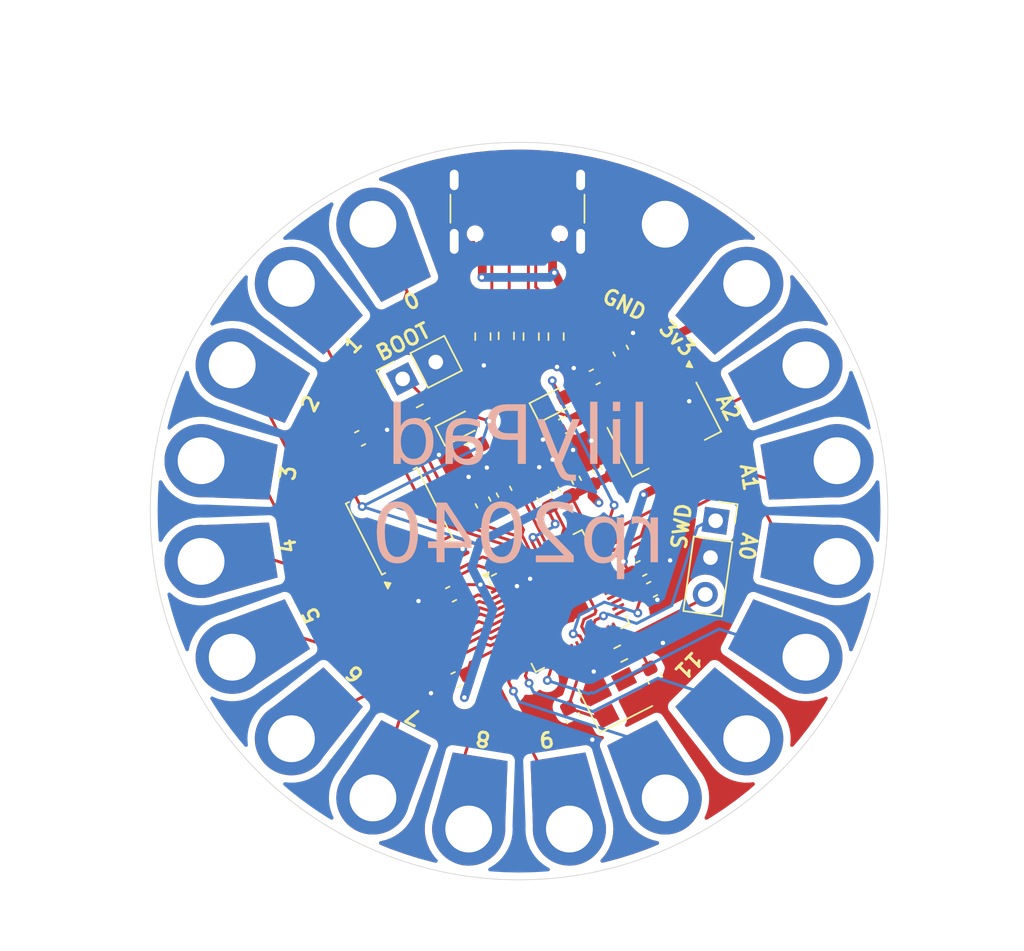
<source format=kicad_pcb>
(kicad_pcb (version 20240108) (generator "pcbnew") (generator_version "8.0")
  (layers (0 "F.Cu" signal) (31 "B.Cu" signal) (34 "B.Paste" user) (35 "F.Paste" user) (36 "B.SilkS" user "B.Silkscreen") (37 "F.SilkS" user "F.Silkscreen") (38 "B.Mask" user) (39 "F.Mask" user) (44 "Edge.Cuts" user))
  (net 0 "")
  (net 1 "GND")
  (net 2 "+3V3")
  (net 4 "+1V1")
  (net 5 "/XIN")
  (net 6 "Net-(C13-Pad2)")
  (net 7 "VBUS")
  (net 8 "Net-(J1-Pin_1)")
  (net 9 "/D-")
  (net 10 "/D+")
  (net 11 "Net-(J2-CC2)")
  (net 12 "Net-(J2-CC1)")
  (net 13 "/SWD")
  (net 14 "/SWCLK")
  (net 15 "/GPIO0{slash}TX0")
  (net 16 "/GPIO1{slash}RX0")
  (net 17 "/GPIO2")
  (net 18 "/GPIO3")
  (net 19 "/GPIO4")
  (net 20 "/GPIO5")
  (net 21 "/GPIO6")
  (net 22 "/GPIO7")
  (net 23 "/GPIO8")
  (net 24 "/GPIO9")
  (net 25 "/GPIO10")
  (net 26 "/GPIO11")
  (net 27 "/GPIO12")
  (net 29 "Net-(U1-USB_DP)")
  (net 30 "Net-(U1-USB_DM)")
  (net 31 "/~{CS}")
  (net 32 "/XOUT")
  (net 33 "/DO(IO1)")
  (net 35 "/CLK")
  (net 37 "/GPIO28_ADC2")
  (net 38 "Net-(D1-K)")
  (net 41 "/DI(IO0)")
  (net 43 "/IO3")
  (net 45 "/GPIO27_ADC1")
  (net 47 "/IO2")
  (net 50 "/GPIO26_ADC0")
  (net 54 "Net-(D2-K)")
  (net 55 "/GPIO29_ADC3")
  (footprint "Capacitor_SMD:C_0603_1608Metric" (layer "F.Cu") (at 134.895808 91.847724 -153)
    (property "Reference" "C7" (hide yes))
    (property "Value" "100nF")
  )
  (footprint "lilyPad_PadCustomM3:LilyPadCustomPadM3" (layer "F.Cu") (at 129.782914 105.327005 153)
    (property "Reference" "J11" (hide yes))
    (property "Value" "Conn_01x01")
  )
  (footprint "lilyPad_PadCustomM3:LilyPadCustomPadM3" (layer "F.Cu") (at 154.746507 70.967573 -45)
    (property "Reference" "J20" (hide yes))
    (property "Value" "Conn_01x01")
  )
  (footprint "Resistor_SMD:R_0603_1608Metric" (layer "F.Cu") (at 142.708984 80.281155 27)
    (property "Reference" "R8" (hide yes))
    (property "Value" "220")
  )
  (footprint "Capacitor_SMD:C_0603_1608Metric" (layer "F.Cu") (at 145.618433 82.965714 117)
    (property "Reference" "C8" (hide yes))
    (property "Value" "1uF")
  )
  (footprint "Capacitor_SMD:C_0603_1608Metric" (layer "F.Cu") (at 142.740482 84.432106 117)
    (property "Reference" "C2" (hide yes))
    (property "Value" "100nF")
  )
  (footprint "lilyPad_PadCustomM3:LilyPadCustomPadM3" (layer "F.Cu") (at 160.779009 82.807027 -81)
    (property "Reference" "J18" (hide yes))
    (property "Value" "Conn_01x01")
  )
  (footprint "Resistor_SMD:R_0603_1608Metric" (layer "F.Cu") (at 142.07321 74.244889 90)
    (property "Reference" "R6" (hide yes))
    (property "Value" "5.1k")
  )
  (footprint "lilyPad_PadCustomM3:LilyPadCustomPadM3" (layer "F.Cu") (at 118.30841 89.53371 99)
    (property "Reference" "J8" (hide yes))
    (property "Value" "Conn_01x01")
  )
  (footprint "Resistor_SMD:R_0603_1608Metric" (layer "F.Cu") (at 137.073211 74.244889 90)
    (property "Reference" "R5" (hide yes))
    (property "Value" "5.1k")
  )
  (footprint "lilyPad_PadCustomM3:LilyPadCustomPadM3" (layer "F.Cu") (at 129.782915 67.013728 27)
    (property "Reference" "J4" (hide yes))
    (property "Value" "Conn_01x01")
  )
  (footprint "lilyPad_PadCustomM3:LilyPadCustomPadM3" (layer "F.Cu") (at 142.907051 107.405668 -171)
    (property "Reference" "J13" (hide yes))
    (property "Value" "Conn_01x01")
  )
  (footprint "Capacitor_SMD:C_0603_1608Metric" (layer "F.Cu") (at 144.179456 83.698908 117)
    (property "Reference" "C3" (hide yes))
    (property "Value" "100nF")
  )
  (footprint "lilyPad_PadCustomM3:LilyPadCustomPadM3" (layer "F.Cu") (at 160.77901 89.533708 -99)
    (property "Reference" "J17" (hide yes))
    (property "Value" "Conn_01x01")
  )
  (footprint "Capacitor_SMD:C_0603_1608Metric" (layer "F.Cu") (at 143.24128 100.324041 117)
    (property "Reference" "C12" (hide yes))
    (property "Value" "22pF")
  )
  (footprint "Capacitor_SMD:C_0603_1608Metric" (layer "F.Cu") (at 148.81591 97.608192 117)
    (property "Reference" "C13" (hide yes))
    (property "Value" "22pF")
  )
  (footprint "Capacitor_SMD:C_0603_1608Metric" (layer "F.Cu") (at 148.630589 91.51749 27)
    (property "Reference" "C4" (hide yes))
    (property "Value" "100nF")
  )
  (footprint "Capacitor_SMD:C_0603_1608Metric" (layer "F.Cu") (at 137.085382 85.580297 117)
    (property "Reference" "C9" (hide yes))
    (property "Value" "1uF")
  )
  (footprint "Package_TO_SOT_SMD:SOT-223-3_TabPin2" (layer "F.Cu") (at 149.454749 80.579666 -63)
    (property "Reference" "U3" (hide yes))
    (property "Value" "AMS1117-3.3")
  )
  (footprint "lilyPad_PadCustomM3:LilyPadCustomPadM3" (layer "F.Cu") (at 124.340915 70.967572 45)
    (property "Reference" "J5" (hide yes))
    (property "Value" "Conn_01x01")
  )
  (footprint "lilyPad_PadCustomM3:LilyPadCustomPadM3" (layer "F.Cu") (at 136.180366 107.405666 171)
    (property "Reference" "J12" (hide yes))
    (property "Value" "Conn_01x01")
  )
  (footprint "Resistor_SMD:R_0603_1608Metric" (layer "F.Cu") (at 132.995809 79.447725 -153)
    (property "Reference" "R3" (hide yes))
    (property "Value" "1k")
  )
  (footprint "lilyPad_PadCustomM3:LilyPadCustomPadM3" (layer "F.Cu") (at 118.30841 82.807029 81)
    (property "Reference" "J7" (hide yes))
    (property "Value" "Conn_01x01")
  )
  (footprint "Resistor_SMD:R_0603_1608Metric" (layer "F.Cu") (at 138.67321 74.194887 -90)
    (property "Reference" "R1" (hide yes))
    (property "Value" "27R")
  )
  (footprint "Resistor_SMD:R_0603_1608Metric" (layer "F.Cu") (at 146.493116 95.91295 -153)
    (property "Reference" "R4" (hide yes))
    (property "Value" "1k")
  )
  (footprint "lilyPad_PadCustomM3:LilyPadCustomPadM3" (layer "F.Cu") (at 149.304506 67.013728 -27)
    (property "Reference" "J21" (hide yes))
    (property "Value" "Conn_01x01")
  )
  (footprint "Resistor_SMD:R_0603_1608Metric" (layer "F.Cu") (at 140.373209 74.244888 -90)
    (property "Reference" "R2" (hide yes))
    (property "Value" "27R")
  )
  (footprint "lilyPad_PadCustomM3:LilyPadCustomPadM3" (layer "F.Cu") (at 158.700349 76.409571 -63)
    (property "Reference" "J19" (hide yes))
    (property "Value" "Conn_01x01")
  )
  (footprint "Resistor_SMD:R_0603_1608Metric" (layer "F.Cu") (at 136.281855 81.984684 27)
    (property "Reference" "R7" (hide yes))
    (property "Value" "220")
  )
  (footprint "Capacitor_SMD:C_0603_1608Metric" (layer "F.Cu") (at 141.301507 85.1653 117)
    (property "Reference" "C1" (hide yes))
    (property "Value" "100nF" (hide yes))
  )
  (footprint "Crystal:Crystal_SMD_3225-4Pin_3.2x2.5mm" (layer "F.Cu") (at 146.12019 98.925613 27)
    (property "Reference" "Y1" (hide yes))
    (property "Value" "C9002")
  )
  (footprint "lilyPad_PadCustomM3:LilyPadCustomPadM3" (layer "F.Cu") (at 120.387069 95.931161 117)
    (property "Reference" "J9" (hide yes))
    (property "Value" "Conn_01x01")
  )
  (footprint "LED_SMD:LED_0603_1608Metric" (layer "F.Cu") (at 135.475809 80.375198 27)
    (property "Reference" "D1" (hide yes))
    (property "Value" "LED")
  )
  (footprint "Capacitor_SMD:C_0603_1608Metric" (layer "F.Cu") (at 146.494272 75.209941 117)
    (property "Reference" "C15" (hide yes))
    (property "Value" "10uF")
  )
  (footprint "Package_SO:SOIC-8_5.23x5.23mm_P1.27mm" (layer "F.Cu") (at 131.365781 86.855215 117)
    (property "Reference" "U2" (hide yes))
    (property "Value" "W25Q128JVS")
  )
  (footprint "lilyPad_PadCustomM3:LilyPadCustomPadM3" (layer "F.Cu") (at 124.340914 101.373163 135)
    (property "Reference" "J10" (hide yes))
    (property "Value" "Conn_01x01")
  )
  (footprint "lilyPad_PadCustomM3:LilyPadCustomPadM3" (layer "F.Cu") (at 149.304504 105.327008 -153)
    (property "Reference" "J14" (hide yes))
    (property "Value" "Conn_01x01")
  )
  (footprint "Connector_PinSocket_2.54mm:PinSocket_1x02_P2.54mm_Vertical" (layer "F.Cu") (at 131.58888 77.137981 117)
    (property "Reference" "J1" (hide yes))
    (property "Value" "Conn_01x02")
  )
  (footprint "Connector_USB:USB_C_Receptacle_G-Switch_GT-USB-7010ASV" (layer "F.Cu") (at 139.43321 64.614888 180)
    (property "Reference" "J2" (hide yes))
    (property "Value" "USB_C_Receptacle_USB2.0_14P")
  )
  (footprint "Capacitor_SMD:C_0603_1608Metric" (layer "F.Cu") (at 147.904204 90.091879 27)
    (property "Reference" "C5" (hide yes))
    (property "Value" "100nF")
  )
  (footprint "Package_DFN_QFN:QFN-56-1EP_7x7mm_P0.4mm_EP3.2x3.2mm" (layer "F.Cu") (at 142.262539 92.315863 27)
    (property "Reference" "U1" (hide yes))
    (property "Value" "RP2040")
  )
  (footprint "Capacitor_SMD:C_0603_1608Metric" (layer "F.Cu") (at 135.26621 97.687616 -153)
    (property "Reference" "C6" (hide yes))
    (property "Value" "100nF")
  )
  (footprint "Capacitor_SMD:C_0603_1608Metric" (layer "F.Cu") (at 144.714958 77.004294 -153)
    (property "Reference" "C14" (hide yes))
    (property "Value" "10uF")
  )
  (footprint "lilyPad_PadCustomM3:LilyPadCustomPadM3" (layer "F.Cu") (at 154.746506 101.373164 -135)
    (property "Reference" "J15" (hide yes))
    (property "Value" "Conn_01x01")
  )
  (footprint "LED_SMD:LED_0603_1608Metric" (layer "F.Cu") (at 141.914925 78.777794 27)
    (property "Reference" "D2" (hide yes))
    (property "Value" "LED")
  )
  (footprint "lilyPad_PadCustomM3:LilyPadCustomPadM3" (layer "F.Cu") (at 158.70035 95.931163 -117)
    (property "Reference" "J16" (hide yes))
    (property "Value" "Conn_01x01")
  )
  (footprint "Capacitor_SMD:C_0603_1608Metric" (layer "F.Cu") (at 138.52436 84.847102 117)
    (property "Reference" "C10" (hide yes))
    (property "Value" "100nF")
  )
  (footprint "lilyPad_PadCustomM3:LilyPadCustomPadM3" (layer "F.Cu") (at 120.387069 76.409573 63)
    (property "Reference" "J6" (hide yes))
    (property "Value" "Conn_01x01")
  )
  (footprint "Connector_PinSocket_2.54mm:PinSocket_1x03_P2.54mm_Vertical" (layer "F.Cu") (at 152.977849 86.833332 -8)
    (property "Reference" "J3" (hide yes))
    (property "Value" "Conn_01x03")
  )
  (footprint "Capacitor_SMD:C_0603_1608Metric" (layer "F.Cu") (at 128.682679 81.19673 27)
    (property "Reference" "C11" (hide yes))
    (property "Value" "100nF")
  )
  (gr_circle (center 139.543709 86.170368) (end 164.743708 86.170367) (stroke (width 0.05)) (fill none) (layer "Edge.Cuts"))
  (gr_text "lilyPad\nrp2040" (at 139.495808 90.347725 0) (layer "B.SilkS") (effects (font (size 4 4) (thickness 0.375)) (justify bottom mirror)))
  (gr_text "6" (at 129.138718 97.316891 135) (layer "F.SilkS") (effects (font (size 1 1) (thickness 0.2) (bold yes)) (justify left bottom)))
  (gr_text "2" (at 125.533308 79.634654 63) (layer "F.SilkS") (effects (font (size 1 1) (thickness 0.2) (bold yes)) (justify left bottom)))
  (gr_text "5" (at 126.147276 93.559451 117) (layer "F.SilkS") (effects (font (size 1 1) (thickness 0.2) (bold yes)) (justify left bottom)))
  (gr_text "3" (at 124.2518 84.263349 81) (layer "F.SilkS") (effects (font (size 1 1) (thickness 0.2) (bold yes)) (justify left bottom)))
  (gr_text "SWD" (at 151.026122 88.950112 83) (layer "F.SilkS") (effects (font (size 1 1) (thickness 0.2) (bold yes)) (justify left bottom)))
  (gr_text "A0" (at 154.771744 87.490554 -99) (layer "F.SilkS") (effects (font (size 1 1) (thickness 0.2) (bold yes)) (justify left bottom)))
  (gr_text "11" (at 151.478848 95.565627 -135) (layer "F.SilkS") (effects (font (size 1 1) (thickness 0.2) (bold yes)) (justify left bottom)))
  (gr_text "A2" (at 152.86226 78.429675 -63) (layer "F.SilkS") (effects (font (size 1 1) (thickness 0.2) (bold yes)) (justify left bottom)))
  (gr_text "GND" (at 144.992709 71.822419 -27) (layer "F.SilkS") (effects (font (size 1 1) (thickness 0.2) (bold yes)) (justify left bottom)))
  (gr_text "9" (at 141.324768 101.188321 -171) (layer "F.SilkS") (effects (font (size 1 1) (thickness 0.2) (bold yes)) (justify bottom)))
  (gr_text "7" (at 133.14486 99.966023 153) (layer "F.SilkS") (effects (font (size 1 1) (thickness 0.2) (bold yes)) (justify left bottom)))
  (gr_text "4" (at 124.46336 89.061506 99) (layer "F.SilkS") (effects (font (size 1 1) (thickness 0.2) (bold yes)) (justify left bottom)))
  (gr_text "3v3" (at 148.898293 73.760566 -45) (layer "F.SilkS") (effects (font (size 1 1) (thickness 0.2) (bold yes)) (justify left bottom)))
  (gr_text "1" (at 128.18244 75.62851 45) (layer "F.SilkS") (effects (font (size 1 1) (thickness 0.2) (bold yes)) (justify left bottom)))
  (gr_text "BOOT" (at 130.056533 76.0658 27) (layer "F.SilkS") (effects (font (size 1 1) (thickness 0.2) (bold yes)) (justify left bottom)))
  (gr_text "A1" (at 154.546177 82.927618 -81) (layer "F.SilkS") (effects (font (size 1 1) (thickness 0.2) (bold yes)) (justify left bottom)))
  (gr_text "8" (at 137.773554 101.24753 171) (layer "F.SilkS") (effects (font (size 1 1) (thickness 0.2) (bold yes)) (justify left bottom)))
  (gr_text "0" (at 131.93988 72.637071 27) (layer "F.SilkS") (effects (font (size 1 1) (thickness 0.2) (bold yes)) (justify left bottom)))
  (segment (start 144.861564 81.480278) (end 144.485387 81.358049) (width 0.2) (layer "F.Cu") (net 1))
  (segment (start 151.037139 78.619097) (end 150.073993 76.728818) (width 0.6) (layer "F.Cu") (net 1))
  (segment (start 137.753558 83.334326) (end 137.343755 83.201171) (width 0.2) (layer "F.Cu") (net 1))
  (segment (start 133.613838 92.621242) (end 132.672343 92.31533) (width 0.2) (layer "F.Cu") (net 1))
  (segment (start 137.073211 76.154003) (end 137.136858 76.217648) (width 0.2) (layer "F.Cu") (net 1))
  (segment (start 143.721802 77.257808) (end 144.024427 77.356135) (width 0.6) (layer "F.Cu") (net 1))
  (segment (start 135.01217 82.631621) (end 134.070672 82.325709) (width 0.2) (layer "F.Cu") (net 1))
  (segment (start 149.866978 96.146726) (end 149.167752 98.298722) (width 0.2) (layer "F.Cu") (net 1))
  (segment (start 147.233914 73.963272) (end 147.334787 73.996049) (width 0.2) (layer "F.Cu") (net 1))
  (segment (start 143.876865 101.57145) (end 144.549366 101.789958) (width 0.2) (layer "F.Cu") (net 1))
  (segment (start 144.648219 97.138053) (end 144.386009 97.945051) (width 0.2) (layer "F.Cu") (net 1))
  (segment (start 148.993782 92.230295) (end 148.982432 92.20802) (width 0.2) (layer "F.Cu") (net 1))
  (segment (start 143.283255 76.397105) (end 143.721802 77.257808) (width 0.6) (layer "F.Cu") (net 1))
  (segment (start 149.329816 89.365495) (end 148.594734 89.740037) (width 0.2) (layer "F.Cu") (net 1))
  (segment (start 142.136857 76.317649) (end 142.073211 76.254001) (width 0.2) (layer "F.Cu") (net 1))
  (segment (start 136.73354 84.889769) (end 136.216974 83.875951) (width 0.2) (layer "F.Cu") (net 1))
  (segment (start 143.827617 83.008378) (end 143.324981 82.021907) (width 0.2) (layer "F.Cu") (net 1))
  (segment (start 141.973903 80.655697) (end 141.261098 81.01889) (width 0.2) (layer "F.Cu") (net 1))
  (segment (start 140.921358 83.174011) (end 140.67431 83.934353) (width 0.2) (layer "F.Cu") (net 1))
  (segment (start 147.486188 99.183578) (end 149.156826 98.332346) (width 0.2) (layer "F.Cu") (net 1))
  (segment (start 145.266591 82.275185) (end 144.861564 81.480278) (width 0.2) (layer "F.Cu") (net 1))
  (segment (start 143.593122 101.014572) (end 143.876865 101.57145) (width 0.2) (layer "F.Cu") (net 1))
  (segment (start 138.172516 84.156573) (end 137.753558 83.334326) (width 0.2) (layer "F.Cu") (net 1))
  (segment (start 144.386009 97.945051) (end 144.754192 98.667648) (width 0.2) (layer "F.Cu") (net 1))
  (segment (start 134.697515 89.197986) (end 135.608255 88.73394) (width 0.2) (layer "F.Cu") (net 1))
  (segment (start 149.867814 89.540302) (end 149.329816 89.365495) (width 0.2) (layer "F.Cu") (net 1))
  (segment (start 146.142431 74.51941) (end 147.233914 73.963272) (width 0.2) (layer "F.Cu") (net 1))
  (segment (start 149.156826 98.332346) (end 149.167752 98.298722) (width 0.2) (layer "F.Cu") (net 1))
  (segment (start 133.540759 98.566776) (end 133.525173 98.614751) (width 0.2) (layer "F.Cu") (net 1))
  (segment (start 135.546774 82.359226) (end 135.01217 82.631621) (width 0.2) (layer "F.Cu") (net 1))
  (segment (start 151.171641 78.662799) (end 151.037139 78.619097) (width 0.6) (layer "F.Cu") (net 1))
  (segment (start 148.982432 92.20802) (end 149.321118 91.165647) (width 0.2) (layer "F.Cu") (net 1))
  (segment (start 143.324981 82.021907) (end 143.237977 81.993637) (width 0.2) (layer "F.Cu") (net 1))
  (segment (start 141.834082 82.653191) (end 142.38864 83.741577) (width 0.2) (layer "F.Cu") (net 1))
  (segment (start 142.073211 76.254001) (end 142.073212 75.069887) (width 0.2) (layer "F.Cu") (net 1))
  (segment (start 134.575682 98.039458) (end 133.540759 98.566776) (width 0.2) (layer "F.Cu") (net 1))
  (segment (start 149.373948 95.179104) (end 149.866978 96.146726) (width 0.2) (layer "F.Cu") (net 1))
  (segment (start 135.608255 88.73394) (end 135.686488 88.75936) (width 0.2) (layer "F.Cu") (net 1))
  (segment (start 130.098544 80.475312) (end 130.526273 80.614288) (width 0.2) (layer "F.Cu") (net 1))
  (segment (start 141.261098 81.01889) (end 141.173695 81.28789) (width 0.2) (layer "F.Cu") (net 1))
  (segment (start 140.67431 83.934353) (end 140.949665 84.474771) (width 0.2) (layer "F.Cu") (net 1))
  (segment (start 136.216974 83.875951) (end 136.096346 83.836757) (width 0.2) (layer "F.Cu") (net 1))
  (segment (start 134.25982 92.292099) (end 133.613838 92.621242) (width 0.2) (layer "F.Cu") (net 1))
  (segment (start 137.073212 75.069888) (end 137.073211 76.154003) (width 0.2) (layer "F.Cu") (net 1))
  (segment (start 129.373209 80.844887) (end 130.098544 80.475312) (width 0.2) (layer "F.Cu") (net 1))
  (via (at 141.173695 81.28789) (size 0.6) (drill 0.3) (layers "F.Cu" "B.Cu") (net 1))
  (via (at 130.526273 80.614288) (size 0.6) (drill 0.3) (layers "F.Cu" "B.Cu") (net 1))
  (via (at 134.070672 82.325709) (size 0.6) (drill 0.3) (layers "F.Cu" "B.Cu") (net 1))
  (via (at 136.096346 83.836757) (size 0.6) (drill 0.3) (layers "F.Cu" "B.Cu") (net 1))
  (via (at 149.867814 89.540302) (size 0.6) (drill 0.3) (layers "F.Cu" "B.Cu") (net 1))
  (via (at 143.237977 81.993637) (size 0.6) (drill 0.3) (layers "F.Cu" "B.Cu") (net 1))
  (via (at 143.283255 76.397105) (size 0.6) (drill 0.3) (layers "F.Cu" "B.Cu") (net 1))
  (via (at 144.648219 97.138053) (size 0.6) (drill 0.3) (layers "F.Cu" "B.Cu") (net 1))
  (via (at 133.525173 98.614751) (size 0.6) (drill 0.3) (layers "F.Cu" "B.Cu") (net 1))
  (via (at 137.343755 83.201171) (size 0.6) (drill 0.3) (layers "F.Cu" "B.Cu") (net 1))
  (via (at 140.3 90.8) (size 0.6) (drill 0.3) (layers "F.Cu" "B.Cu") (net 1))
  (via (at 140.921358 83.174011) (size 0.6) (drill 0.3) (layers "F.Cu" "B.Cu") (net 1))
  (via (at 149.373948 95.179104) (size 0.6) (drill 0.3) (layers "F.Cu" "B.Cu") (net 1))
  (via (at 148.993782 92.230295) (size 0.6) (drill 0.3) (layers "F.Cu" "B.Cu") (net 1))
  (via (at 151.171641 78.662799) (size 0.6) (drill 0.3) (layers "F.Cu" "B.Cu") (net 1))
  (via (at 135.686488 88.75936) (size 0.6) (drill 0.3) (layers "F.Cu" "B.Cu") (net 1))
  (via (at 142.136857 76.317649) (size 0.6) (drill 0.3) (layers "F.Cu" "B.Cu") (net 1))
  (via (at 147.334787 73.996049) (size 0.6) (drill 0.3) (layers "F.Cu" "B.Cu") (net 1))
  (via (at 132.672343 92.31533) (size 0.6) (drill 0.3) (layers "F.Cu" "B.Cu") (net 1))
  (via (at 141.834082 82.653191) (size 0.6) (drill 0.3) (layers "F.Cu" "B.Cu") (net 1))
  (via (at 137.136858 76.217648) (size 0.6) (drill 0.3) (layers "F.Cu" "B.Cu") (net 1))
  (via (at 139.4 91.3) (size 0.6) (drill 0.3) (layers "F.Cu" "B.Cu") (net 1))
  (via (at 144.549366 101.789958) (size 0.6) (drill 0.3) (layers "F.Cu" "B.Cu") (net 1))
  (via (at 144.485387 81.358049) (size 0.6) (drill 0.3) (layers "F.Cu" "B.Cu") (net 1))
  (segment (start 147.029986 91.009055) (end 147.213676 90.44372) (width 0.2) (layer "F.Cu") (net 2))
  (segment (start 135.885436 91.196784) (end 135.586338 91.495883) (width 0.2) (layer "F.Cu") (net 2))
  (segment (start 141.653349 85.855828) (end 145.970274 83.656246) (width 0.6) (layer "F.Cu") (net 2))
  (segment (start 144.001333 95.287901) (end 143.707537 94.711288) (width 0.2) (layer "F.Cu") (net 2))
  (segment (start 147.213676 90.44372) (end 147.94006 91.869331) (width 0.2) (layer "F.Cu") (net 2))
  (segment (start 128.034047 84.512444) (end 128.70044 85.820309) (width 0.2) (layer "F.Cu") (net 2))
  (segment (start 142.663171 87.375153) (end 141.935796 85.947602) (width 0.2) (layer "F.Cu") (net 2))
  (segment (start 150.884818 83.386336) (end 150.88482 83.386336) (width 0.6) (layer "F.Cu") (net 2))
  (segment (start 147.658969 93.134881) (end 147.579522 92.978954) (width 0.2) (layer "F.Cu") (net 2))
  (segment (start 153.669905 71.342721) (end 153.249038 72.63802) (width 0.6) (layer "F.Cu") (net 2))
  (segment (start 141.555019 86.158454) (end 141.653349 85.855828) (width 0.2) (layer "F.Cu") (net 2))
  (segment (start 140.88015 89.162231) (end 140.40604 88.231738) (width 0.2) (layer "F.Cu") (net 2))
  (segment (start 145.970275 83.656245) (end 148.207379 82.516383) (width 0.6) (layer "F.Cu") (net 2))
  (segment (start 140.40604 88.231738) (end 140.493443 87.962741) (width 0.2) (layer "F.Cu") (net 2))
  (segment (start 142.011593 87.054525) (end 141.555019 86.158454) (width 0.2) (layer "F.Cu") (net 2))
  (segment (start 144.393007 87.67537) (end 143.092325 85.122634) (width 0.2) (layer "F.Cu") (net 2))
  (segment (start 136.223321 96.515325) (end 135.95674 97.335775) (width 0.2) (layer "F.Cu") (net 2))
  (segment (start 142.459501 87.856512) (end 142.606527 87.404015) (width 0.2) (layer "F.Cu") (net 2))
  (segment (start 143.018565 88.072653) (end 142.663171 87.375153) (width 0.2) (layer "F.Cu") (net 2))
  (segment (start 147.115114 75.987874) (end 146.846114 75.900471) (width 0.6) (layer "F.Cu") (net 2))
  (segment (start 141.935796 85.947602) (end 141.653349 85.855828) (width 0.2) (layer "F.Cu") (net 2))
  (segment (start 135.95674 97.335775) (end 136.178505 97.771015) (width 0.6) (layer "F.Cu") (net 2))
  (segment (start 136.689806 79.756636) (end 137.496805 80.018845) (width 0.2) (layer "F.Cu") (net 2))
  (segment (start 141.236553 88.980633) (end 140.762444 88.050142) (width 0.2) (layer "F.Cu") (net 2))
  (segment (start 139.653695 94.767461) (end 136.223321 96.515325) (width 0.2) (layer "F.Cu") (net 2))
  (segment (start 148.024678 77.772996) (end 150.884818 83.386336) (width 0.6) (layer "F.Cu") (net 2))
  (segment (start 147.579522 92.978954) (end 147.94006 91.869331) (width 0.2) (layer "F.Cu") (net 2))
  (segment (start 146.674362 89.618999) (end 147.07095 90.397347) (width 0.2) (layer "F.Cu") (net 2))
  (segment (start 127.473211 82.067514) (end 127.47321 83.951602) (width 0.2) (layer "F.Cu") (net 2))
  (segment (start 144.531299 85.131299) (end 144.531299 84.389438) (width 0.6) (layer "F.Cu") (net 2))
  (segment (start 142.662159 88.254249) (end 142.459501 87.856512) (width 0.2) (layer "F.Cu") (net 2))
  (segment (start 142.606527 87.404015) (end 142.663171 87.375153) (width 0.2) (layer "F.Cu") (net 2))
  (segment (start 148.207379 82.516383) (end 150.88482 83.386336) (width 0.6) (layer "F.Cu") (net 2))
  (segment (start 143.707537 94.711288) (end 143.243932 94.560654) (width 0.2) (layer "F.Cu") (net 2))
  (segment (start 155.10006 70.614021) (end 153.669905 71.342721) (width 0.6) (layer "F.Cu") (net 2))
  (segment (start 147.07095 90.397347) (end 147.213676 90.44372) (width 0.2) (layer "F.Cu") (net 2))
  (segment (start 145 85.6) (end 144.531299 85.131299) (width 0.6) (layer "F.Cu") (net 2))
  (segment (start 138.019328 91.559839) (end 136.90196 91.196784) (width 0.2) (layer "F.Cu") (net 2))
  (segment (start 150.80288 83.638523) (end 150.88482 83.386336) (width 0.6) (layer "F.Cu") (net 2))
  (segment (start 144.144999 88.438653) (end 144.393007 87.67537) (width 0.2) (layer "F.Cu") (net 2))
  (segment (start 154.476414 71.798828) (end 154.746507 70.967573) (width 0.6) (layer "F.Cu") (net 2))
  (segment (start 148.04645 85.042996) (end 150.80288 83.638523) (width 0.6) (layer "F.Cu") (net 2))
  (segment (start 153.249038 72.63802) (end 146.846114 75.900471) (width 0.6) (layer "F.Cu") (net 2))
  (segment (start 148.024678 77.772996) (end 147.115114 75.987874) (width 0.6) (layer "F.Cu") (net 2))
  (segment (start 145.779367 91.646277) (end 147.029986 91.009055) (width 0.2) (layer "F.Cu") (net 2))
  (segment (start 128.70044 85.820309) (end 128.821911 85.859776) (width 0.2) (layer "F.Cu") (net 2))
  (segment (start 140.762444 88.050142) (end 140.493443 87.962741) (width 0.2) (layer "F.Cu") (net 2))
  (segment (start 127.47321 83.951602) (end 128.034049 84.512442) (width 0.2) (layer "F.Cu") (net 2))
  (segment (start 136.177477 80.017681) (end 136.689806 79.756636) (width 0.2) (layer "F.Cu") (net 2))
  (segment (start 136.178505 97.771015) (end 135.808272 98.910477) (width 0.6) (layer "F.Cu") (net 2))
  (segment (start 136.90196 91.196784) (end 135.885436 91.196784) (width 0.2) (layer "F.Cu") (net 2))
  (segment (start 127.992151 81.548572) (end 127.473211 82.067514) (width 0.2) (layer "F.Cu") (net 2))
  (via (at 143.243932 94.560654) (size 0.6) (drill 0.3) (layers "F.Cu" "B.Cu") (net 2))
  (via (at 136.90196 91.196784) (size 0.6) (drill 0.3) (layers "F.Cu" "B.Cu") (net 2))
  (via (at 148.04645 85.042996) (size 0.6) (drill 0.3) (layers "F.Cu" "B.Cu") (net 2))
  (via (at 146.674362 89.618999) (size 0.6) (drill 0.3) (layers "F.Cu" "B.Cu") (net 2))
  (via (at 147.658969 93.134881) (size 0.6) (drill 0.3) (layers "F.Cu" "B.Cu") (net 2))
  (via (at 140.493443 87.962741) (size 0.6) (drill 0.3) (layers "F.Cu" "B.Cu") (net 2))
  (via (at 142.011593 87.054525) (size 0.6) (drill 0.3) (layers "F.Cu" "B.Cu") (net 2))
  (via (at 135.808272 98.910477) (size 0.6) (drill 0.3) (layers "F.Cu" "B.Cu") (net 2))
  (via (at 128.821911 85.859776) (size 0.6) (drill 0.3) (layers "F.Cu" "B.Cu") (net 2))
  (via (at 145 85.6) (size 0.6) (drill 0.3) (layers "F.Cu" "B.Cu") (net 2))
  (via (at 137.496805 80.018845) (size 0.6) (drill 0.3) (layers "F.Cu" "B.Cu") (net 2))
  (segment (start 136.90196 91.196784) (end 136.311774 90.038476) (width 0.6) (layer "B.Cu") (net 2))
  (segment (start 145.372474 92.391954) (end 143.666085 93.261403) (width 0.2) (layer "B.Cu") (net 2))
  (segment (start 147.658969 93.134881) (end 145.372474 92.391954) (width 0.2) (layer "B.Cu") (net 2))
  (segment (start 135.808272 98.910477) (end 137.76454 92.889696) (width 0.6) (layer "B.Cu") (net 2))
  (segment (start 146.674362 89.618999) (end 146.604296 89.481485) (width 0.6) (layer "B.Cu") (net 2))
  (segment (start 137.496805 80.018845) (end 136.943546 81.721597) (width 0.2) (layer "B.Cu") (net 2))
  (segment (start 146.604296 89.481485) (end 148.04645 85.042996) (width 0.6) (layer "B.Cu") (net 2))
  (segment (start 136.890196 88.258276) (end 141.968934 85.670527) (width 0.6) (layer "B.Cu") (net 2))
  (segment (start 143.666085 93.261403) (end 143.243932 94.560654) (width 0.2) (layer "B.Cu") (net 2))
  (segment (start 136.715389 88.796272) (end 136.890196 88.258276) (width 0.6) (layer "B.Cu") (net 2))
  (segment (start 128.821911 85.859776) (end 136.622894 88.394471) (width 0.2) (layer "B.Cu") (net 2))
  (segment (start 140.493443 87.962741) (end 141.95915 87.215926) (width 0.2) (layer "B.Cu") (net 2))
  (segment (start 141.95915 87.215926) (end 142.011593 87.054525) (width 0.2) (layer "B.Cu") (net 2))
  (segment (start 136.622894 88.394471) (end 136.890196 88.258276) (width 0.2) (layer "B.Cu") (net 2))
  (segment (start 136.311774 90.038476) (end 136.715389 88.796272) (width 0.6) (layer "B.Cu") (net 2))
  (segment (start 136.943546 81.721597) (end 128.821911 85.859776) (width 0.2) (layer "B.Cu") (net 2))
  (segment (start 137.76454 92.889696) (end 136.90196 91.196784) (width 0.6) (layer "B.Cu") (net 2))
  (segment (start 141.968934 85.670527) (end 142.859939 85.216536) (width 0.6) (layer "B.Cu") (net 2))
  (segment (start 139.733804 87.793475) (end 139.847428 87.443776) (width 0.2) (layer "F.Cu") (net 4))
  (segment (start 141.16644 90.05451) (end 142.502949 89.373524) (width 0.2) (layer "F.Cu") (net 4))
  (segment (start 140.523748 89.343825) (end 139.733804 87.793475) (width 0.2) (layer "F.Cu") (net 4))
  (segment (start 139.847428 87.443776) (end 138.8762 85.537634) (width 0.2) (layer "F.Cu") (net 4))
  (segment (start 143.823609 94.058016) (end 144.357739 95.106303) (width 0.2) (layer "F.Cu") (net 4))
  (segment (start 144.796808 92.982697) (end 144.728934 93.191593) (width 0.2) (layer "F.Cu") (net 4))
  (segment (start 143.048093 89.55065) (end 144.796808 92.982697) (width 0.2) (layer "F.Cu") (net 4))
  (segment (start 144.728934 93.191593) (end 143.981361 93.5725) (width 0.2) (layer "F.Cu") (net 4))
  (segment (start 140.83019 89.945255) (end 141.16644 90.05451) (width 0.2) (layer "F.Cu") (net 4))
  (segment (start 142.612204 89.037275) (end 142.305761 88.435846) (width 0.2) (layer "F.Cu") (net 4))
  (segment (start 142.502949 89.373524) (end 143.048093 89.55065) (width 0.2) (layer "F.Cu") (net 4))
  (segment (start 140.523748 89.343825) (end 140.83019 89.945255) (width 0.2) (layer "F.Cu") (net 4))
  (segment (start 142.502949 89.373524) (end 142.612204 89.037275) (width 0.2) (layer "F.Cu") (net 4))
  (segment (start 143.981361 93.5725) (end 143.823609 94.058016) (width 0.2) (layer "F.Cu") (net 4))
  (segment (start 137.437224 86.270827) (end 138.8762 85.537634) (width 0.2) (layer "F.Cu") (net 4))
  (segment (start 142.889439 99.633511) (end 143.834954 96.723511) (width 0.2) (layer "F.Cu") (net 5))
  (segment (start 145.525976 100.182359) (end 145.15709 100.370315) (width 0.2) (layer "F.Cu") (net 5))
  (segment (start 145.15709 100.370315) (end 142.889439 99.633511) (width 0.2) (layer "F.Cu") (net 5))
  (segment (start 143.834954 96.723511) (end 143.288532 95.651092) (width 0.2) (layer "F.Cu") (net 5))
  (segment (start 147.867071 95.745989) (end 148.464066 96.917662) (width 0.2) (layer "F.Cu") (net 6))
  (segment (start 146.714406 97.668868) (end 148.295941 96.863034) (width 0.2) (layer "F.Cu") (net 6))
  (segment (start 147.228196 95.538408) (end 147.867071 95.745989) (width 0.2) (layer "F.Cu") (net 6))
  (segment (start 148.295941 96.863034) (end 148.464066 96.917662) (width 0.2) (layer "F.Cu") (net 6))
  (segment (start 141.833211 68.339888) (end 141.833211 69.760879) (width 0.6) (layer "F.Cu") (net 7))
  (segment (start 145.405489 76.652453) (end 141.957267 69.884935) (width 0.6) (layer "F.Cu") (net 7))
  (segment (start 137.033212 70.166788) (end 137 70.2) (width 0.6) (layer "F.Cu") (net 7))
  (segment (start 137.033212 68.339888) (end 137.033212 70.166788) (width 0.6) (layer "F.Cu") (net 7))
  (segment (start 145.975363 78.817174) (end 145.197906 77.291327) (width 0.6) (layer "F.Cu") (net 7))
  (segment (start 145.197906 77.291327) (end 145.405489 76.652453) (width 0.6) (layer "F.Cu") (net 7))
  (segment (start 141.833211 69.760879) (end 141.957267 69.884935) (width 0.6) (layer "F.Cu") (net 7))
  (via (at 137 70.2) (size 0.6) (drill 0.3) (layers "F.Cu" "B.Cu") (net 7))
  (via (at 141.957267 69.884935) (size 0.6) (drill 0.3) (layers "F.Cu" "B.Cu") (net 7))
  (segment (start 141.642202 70.2) (end 141.957267 69.884935) (width 0.6) (layer "B.Cu") (net 7))
  (segment (start 137 70.2) (end 141.642202 70.2) (width 0.6) (layer "B.Cu") (net 7))
  (segment (start 133.73089 79.073182) (end 133.073209 78.415502) (width 0.2) (layer "F.Cu") (net 8))
  (segment (start 131.795689 77.137981) (end 131.58888 77.137981) (width 0.2) (layer "F.Cu") (net 8))
  (segment (start 133.073209 78.415502) (end 131.795689 77.137981) (width 0.2) (layer "F.Cu") (net 8))
  (segment (start 140.183208 73.229888) (end 140.18321 68.339887) (width 0.2) (layer "F.Cu") (net 9))
  (segment (start 139.183209 67.474888) (end 139.313207 67.344889) (width 0.2) (layer "F.Cu") (net 9))
  (segment (start 140.373209 73.419889) (end 140.183208 73.229888) (width 0.2) (layer "F.Cu") (net 9))
  (segment (start 140.07321 67.344889) (end 140.183209 67.454889) (width 0.2) (layer "F.Cu") (net 9))
  (segment (start 139.183209 68.339891) (end 139.183209 67.474888) (width 0.2) (layer "F.Cu") (net 9))
  (segment (start 140.183209 67.454889) (end 140.18321 68.339887) (width 0.2) (layer "F.Cu") (net 9))
  (segment (start 139.313207 67.344889) (end 140.07321 67.344889) (width 0.2) (layer "F.Cu") (net 9))
  (segment (start 138.683209 68.339887) (end 138.683209 69.054889) (width 0.2) (layer "F.Cu") (net 10))
  (segment (start 139.68321 69.094891) (end 139.68321 68.339887) (width 0.2) (layer "F.Cu") (net 10))
  (segment (start 139.518208 69.25989) (end 139.68321 69.094891) (width 0.2) (layer "F.Cu") (net 10))
  (segment (start 138.873209 69.274889) (end 138.888211 69.25989) (width 0.2) (layer "F.Cu") (net 10))
  (segment (start 138.888211 69.25989) (end 139.518208 69.25989) (width 0.2) (layer "F.Cu") (net 10))
  (segment (start 138.683209 69.054889) (end 138.888211 69.25989) (width 0.2) (layer "F.Cu") (net 10))
  (segment (start 138.873208 73.169888) (end 138.873209 69.274889) (width 0.2) (layer "F.Cu") (net 10))
  (segment (start 138.673208 73.369889) (end 138.873208 73.169888) (width 0.2) (layer "F.Cu") (net 10))
  (segment (start 137.683211 71.634887) (end 137.073212 72.244886) (width 0.2) (layer "F.Cu") (net 11))
  (segment (start 137.683208 68.339888) (end 137.683211 71.634887) (width 0.2) (layer "F.Cu") (net 11))
  (segment (start 137.073212 72.244886) (end 137.073209 73.419889) (width 0.2) (layer "F.Cu") (net 11))
  (segment (start 140.683209 68.339889) (end 140.683207 70.854888) (width 0.2) (layer "F.Cu") (net 12))
  (segment (start 142.07321 72.244887) (end 142.073209 73.419889) (width 0.2) (layer "F.Cu") (net 12))
  (segment (start 140.683207 70.854888) (end 142.07321 72.244887) (width 0.2) (layer "F.Cu") (net 12))
  (segment (start 145.312912 95.218785) (end 145.823077 95.384549) (width 0.2) (layer "F.Cu") (net 13))
  (segment (start 145.823077 95.384549) (end 152.179209 92.145938) (width 0.2) (layer "F.Cu") (net 13))
  (segment (start 152.179209 92.145938) (end 152.270851 91.863893) (width 0.2) (layer "F.Cu") (net 13))
  (segment (start 145.070543 94.743111) (end 145.312912 95.218785) (width 0.2) (layer "F.Cu") (net 13))
  (segment (start 145.060414 93.465827) (end 145.312431 93.337418) (width 0.2) (layer "F.Cu") (net 14))
  (segment (start 145.058157 93.472776) (end 145.060414 93.465827) (width 0.2) (layer "F.Cu") (net 14))
  (segment (start 144.714139 94.924709) (end 144.471773 94.449039) (width 0.2) (layer "F.Cu") (net 14))
  (segment (start 144.735574 93.63714) (end 145.058157 93.472776) (width 0.2) (layer "F.Cu") (net 14))
  (segment (start 144.471773 94.449039) (end 144.735574 93.63714) (width 0.2) (layer "F.Cu") (net 14))
  (via (at 145.312431 93.337418) (size 0.6) (drill 0.3) (layers "F.Cu" "B.Cu") (net 14))
  (segment (start 145.577852 93.202181) (end 147.57496 93.851082) (width 0.2) (layer "B.Cu") (net 14))
  (segment (start 151.728743 87.245319) (end 152.70885 86.745929) (width 0.2) (layer "B.Cu") (net 14))
  (segment (start 149.980679 92.625307) (end 151.728743 87.245319) (width 0.2) (layer "B.Cu") (net 14))
  (segment (start 152.70885 86.745929) (end 152.977849 86.833332) (width 0.2) (layer "B.Cu") (net 14))
  (segment (start 147.57496 93.851082) (end 149.980679 92.625307) (width 0.2) (layer "B.Cu") (net 14))
  (segment (start 145.312431 93.337418) (end 145.577852 93.202181) (width 0.2) (layer "B.Cu") (net 14))
  (segment (start 128.68234 91.704511) (end 125.118516 84.710112) (width 0.2) (layer "F.Cu") (net 15))
  (segment (start 136.744647 91.89507) (end 133.833679 93.378284) (width 0.2) (layer "F.Cu") (net 15))
  (segment (start 127.956643 75.975252) (end 130.798955 74.527022) (width 0.2) (layer "F.Cu") (net 15))
  (segment (start 130.798955 74.527022) (end 131.893971 71.156908) (width 0.2) (layer "F.Cu") (net 15))
  (segment (start 137.659245 92.192241) (end 136.744647 91.89507) (width 0.2) (layer "F.Cu") (net 15))
  (segment (start 131.893971 71.156908) (end 129.782915 67.013728) (width 0.2) (layer "F.Cu") (net 15))
  (segment (start 125.118516 84.710112) (end 127.956643 75.975252) (width 0.2) (layer "F.Cu") (net 15))
  (segment (start 133.833679 93.378284) (end 128.68234 91.704511) (width 0.2) (layer "F.Cu") (net 15))
  (segment (start 138.200926 91.916243) (end 137.659245 92.192241) (width 0.2) (layer "F.Cu") (net 15))
  (segment (start 136.832416 92.344176) (end 133.45428 94.065422) (width 0.2) (layer "F.Cu") (net 16))
  (segment (start 138.382522 92.272644) (end 137.693215 92.623862) (width 0.2) (layer "F.Cu") (net 16))
  (segment (start 133.45428 94.065422) (end 127.684242 92.190621) (width 0.2) (layer "F.Cu") (net 16))
  (segment (start 126.888519 75.967526) (end 124.340915 70.967572) (width 0.2) (layer "F.Cu") (net 16))
  (segment (start 127.684242 92.190621) (end 123.979679 84.920007) (width 0.2) (layer "F.Cu") (net 16))
  (segment (start 137.693215 92.623862) (end 136.832416 92.344176) (width 0.2) (layer "F.Cu") (net 16))
  (segment (start 123.979679 84.920007) (end 126.888519 75.967526) (width 0.2) (layer "F.Cu") (net 16))
  (segment (start 138.56412 92.629048) (end 137.727185 93.055485) (width 0.2) (layer "F.Cu") (net 17))
  (segment (start 124.105992 82.789004) (end 120.948449 76.591977) (width 0.2) (layer "F.Cu") (net 17))
  (segment (start 131.728867 94.181381) (end 131.684314 94.20408) (width 0.2) (layer "F.Cu") (net 17))
  (segment (start 127.271282 92.770198) (end 123.358224 85.09039) (width 0.2) (layer "F.Cu") (net 17))
  (segment (start 120.948449 76.591977) (end 120.387069 76.409573) (width 0.2) (layer "F.Cu") (net 17))
  (segment (start 131.684314 94.20408) (end 127.271282 92.770198) (width 0.2) (layer "F.Cu") (net 17))
  (segment (start 133.181463 94.653357) (end 131.728867 94.181381) (width 0.2) (layer "F.Cu") (net 17))
  (segment (start 123.358224 85.09039) (end 124.105992 82.789004) (width 0.2) (layer "F.Cu") (net 17))
  (segment (start 136.866384 92.775797) (end 133.181463 94.653357) (width 0.2) (layer "F.Cu") (net 17))
  (segment (start 137.727185 93.055485) (end 136.866384 92.775797) (width 0.2) (layer "F.Cu") (net 17))
  (segment (start 138.745717 92.985449) (end 137.761154 93.487108) (width 0.2) (layer "F.Cu") (net 18))
  (segment (start 137.761154 93.487108) (end 136.900357 93.207418) (width 0.2) (layer "F.Cu") (net 18))
  (segment (start 136.900357 93.207418) (end 132.766085 95.313935) (width 0.2) (layer "F.Cu") (net 18))
  (segment (start 121.889859 83.97071) (end 118.30841 82.807029) (width 0.2) (layer "F.Cu") (net 18))
  (segment (start 126.658354 93.329411) (end 121.889859 83.97071) (width 0.2) (layer "F.Cu") (net 18))
  (segment (start 132.766085 95.313935) (end 126.658354 93.329411) (width 0.2) (layer "F.Cu") (net 18))
  (segment (start 136.7701 93.722718) (end 131.68245 96.315006) (width 0.2) (layer "F.Cu") (net 19))
  (segment (start 123.751972 89.828004) (end 120.075365 88.633401) (width 0.2) (layer "F.Cu") (net 19))
  (segment (start 137.630897 94.002408) (end 136.7701 93.722718) (width 0.2) (layer "F.Cu") (net 19))
  (segment (start 126.139622 94.514032) (end 123.751972 89.828004) (width 0.2) (layer "F.Cu") (net 19))
  (segment (start 138.927313 93.341853) (end 137.630897 94.002408) (width 0.2) (layer "F.Cu") (net 19))
  (segment (start 131.68245 96.315006) (end 126.139622 94.514032) (width 0.2) (layer "F.Cu") (net 19))
  (segment (start 120.075365 88.633401) (end 118.30841 89.53371) (width 0.2) (layer "F.Cu") (net 19))
  (segment (start 131.548684 97.045333) (end 123.398 94.397016) (width 0.2) (layer "F.Cu") (net 20))
  (segment (start 137.603719 94.465187) (end 136.998468 94.268531) (width 0.2) (layer "F.Cu") (net 20))
  (segment (start 123.398 94.397016) (end 120.387069 95.931161) (width 0.2) (layer "F.Cu") (net 20))
  (segment (start 139.108907 93.698253) (end 137.603719 94.465187) (width 0.2) (layer "F.Cu") (net 20))
  (segment (start 136.998468 94.268531) (end 131.548684 97.045333) (width 0.2) (layer "F.Cu") (net 20))
  (segment (start 137.032439 94.700151) (end 137.637689 94.896809) (width 0.2) (layer "F.Cu") (net 21))
  (segment (start 124.421266 101.125863) (end 137.032439 94.700151) (width 0.2) (layer "F.Cu") (net 21))
  (segment (start 137.637689 94.896809) (end 139.290504 94.054656) (width 0.2) (layer "F.Cu") (net 21))
  (segment (start 124.340914 101.373163) (end 124.421266 101.125863) (width 0.2) (layer "F.Cu") (net 21))
  (segment (start 132.258559 97.707756) (end 129.782914 105.327005) (width 0.2) (layer "F.Cu") (net 22))
  (segment (start 137.142594 95.219215) (end 132.258559 97.707756) (width 0.2) (layer "F.Cu") (net 22))
  (segment (start 139.4721 94.411059) (end 137.596533 95.36671) (width 0.2) (layer "F.Cu") (net 22))
  (segment (start 137.596533 95.36671) (end 137.142594 95.219215) (width 0.2) (layer "F.Cu") (net 22))
  (segment (start 135.065148 105.216927) (end 136.180366 107.405666) (width 0.2) (layer "F.Cu") (net 23))
  (segment (start 138.048822 96.034116) (end 135.065148 105.216927) (width 0.2) (layer "F.Cu") (net 23))
  (segment (start 139.835294 95.123866) (end 138.048822 96.034116) (width 0.2) (layer "F.Cu") (net 23))
  (segment (start 140.016889 95.480268) (end 138.898677 96.050024) (width 0.2) (layer "F.Cu") (net 24))
  (segment (start 138.206502 98.180318) (end 142.907051 107.405668) (width 0.2) (layer "F.Cu") (net 24))
  (segment (start 138.898677 96.050024) (end 138.206502 98.180318) (width 0.2) (layer "F.Cu") (net 24))
  (segment (start 139.35524 96.266325) (end 139.101913 97.045989) (width 0.2) (layer "F.Cu") (net 25))
  (segment (start 140.198484 95.83667) (end 139.35524 96.266325) (width 0.2) (layer "F.Cu") (net 25))
  (segment (start 139.101913 97.045989) (end 138.839703 97.852986) (width 0.2) (layer "F.Cu") (net 25))
  (segment (start 138.839703 97.852986) (end 139.157495 98.476692) (width 0.2) (layer "F.Cu") (net 25))
  (via (at 139.157495 98.476692) (size 0.6) (drill 0.3) (layers "F.Cu" "B.Cu") (net 25))
  (segment (start 139.520689 99.189497) (end 147.497962 101.781471) (width 0.2) (layer "B.Cu") (net 25))
  (segment (start 139.157495 98.476692) (end 139.520689 99.189497) (width 0.2) (layer "B.Cu") (net 25))
  (segment (start 147.497962 101.781471) (end 149.531499 105.772512) (width 0.2) (layer "B.Cu") (net 25))
  (segment (start 140.380081 96.193072) (end 139.975372 97.438638) (width 0.2) (layer "F.Cu") (net 26))
  (segment (start 139.975372 97.438638) (end 140.226704 97.931902) (width 0.2) (layer "F.Cu") (net 26))
  (via (at 140.226704 97.931902) (size 0.6) (drill 0.3) (layers "F.Cu" "B.Cu") (net 26))
  (segment (start 144.579488 99.866656) (end 149.03452 97.596703) (width 0.2) (layer "B.Cu") (net 26))
  (segment (start 140.226704 97.931902) (end 140.544498 98.555607) (width 0.2) (layer "B.Cu") (net 26))
  (segment (start 149.03452 97.596703) (end 153.781615 99.139129) (width 0.2) (layer "B.Cu") (net 26))
  (segment (start 153.781615 99.139129) (end 155.100058 101.726716) (width 0.2) (layer "B.Cu") (net 26))
  (segment (start 140.544498 98.555607) (end 144.579488 99.866656) (width 0.2) (layer "B.Cu") (net 26))
  (segment (start 141.506517 96.559073) (end 141.723798 96.985512) (width 0.2) (layer "F.Cu") (net 27))
  (segment (start 141.723798 96.985512) (end 141.477507 97.743517) (width 0.2) (layer "F.Cu") (net 27))
  (via (at 141.477507 97.743517) (size 0.6) (drill 0.3) (layers "F.Cu" "B.Cu") (net 27))
  (segment (start 153.216171 94.231487) (end 159.145853 96.158157) (width 0.2) (layer "B.Cu") (net 27))
  (segment (start 144.614701 98.614155) (end 153.216171 94.231487) (width 0.2) (layer "B.Cu") (net 27))
  (segment (start 141.477507 97.743517) (end 144.302002 98.661252) (width 0.2) (layer "B.Cu") (net 27))
  (segment (start 144.480202 98.570453) (end 144.614701 98.614155) (width 0.2) (layer "B.Cu") (net 27))
  (segment (start 144.302002 98.661252) (end 144.480202 98.570453) (width 0.2) (layer "B.Cu") (net 27))
  (segment (start 138.889441 83.493095) (end 138.875991 83.488723) (width 0.2) (layer "F.Cu") (net 29))
  (segment (start 138.873207 75.219888) (end 138.673208 75.019888) (width 0.2) (layer "F.Cu") (net 29))
  (segment (start 138.873209 83.476863) (end 138.873207 75.219888) (width 0.2) (layer "F.Cu") (net 29))
  (segment (start 138.889441 83.493095) (end 138.873209 83.476863) (width 0.2) (layer "F.Cu") (net 29))
  (segment (start 141.592956 88.799038) (end 138.889441 83.493095) (width 0.2) (layer "F.Cu") (net 29))
  (segment (start 140.07321 75.369887) (end 140.373209 75.06989) (width 0.2) (layer "F.Cu") (net 30))
  (segment (start 140.073209 84.935291) (end 140.07321 75.369887) (width 0.2) (layer "F.Cu") (net 30))
  (segment (start 141.949357 88.617441) (end 140.073209 84.935291) (width 0.2) (layer "F.Cu") (net 30))
  (segment (start 133.024891 91.799002) (end 131.493149 91.301309) (width 0.2) (layer "F.Cu") (net 31))
  (segment (start 128.124252 79.822267) (end 132.260728 79.822266) (width 0.2) (layer "F.Cu") (net 31))
  (segment (start 131.30278 90.927688) (end 129.272256 90.267931) (width 0.2) (layer "F.Cu") (net 31))
  (segment (start 131.493149 91.301309) (end 131.30278 90.927688) (width 0.2) (layer "F.Cu") (net 31))
  (segment (start 129.272256 90.267931) (end 126.125129 84.091342) (width 0.2) (layer "F.Cu") (net 31))
  (segment (start 127.217667 80.728852) (end 128.124252 79.822267) (width 0.2) (layer "F.Cu") (net 31))
  (segment (start 138.385332 90.433403) (end 136.748695 89.901629) (width 0.2) (layer "F.Cu") (net 31))
  (segment (start 126.125129 84.091342) (end 127.217667 80.728852) (width 0.2) (layer "F.Cu") (net 31))
  (segment (start 136.748695 89.901629) (end 133.024891 91.799002) (width 0.2) (layer "F.Cu") (net 31))
  (segment (start 145.375783 96.482258) (end 143.91994 96.009226) (width 0.2) (layer "F.Cu") (net 32))
  (segment (start 145.758035 96.287491) (end 145.375783 96.482258) (width 0.2) (layer "F.Cu") (net 32))
  (segment (start 143.91994 96.009226) (end 143.644932 95.469495) (width 0.2) (layer "F.Cu") (net 32))
  (segment (start 137.042769 89.302856) (end 133.279285 91.22045) (width 0.2) (layer "F.Cu") (net 33))
  (segment (start 133.279285 91.22045) (end 132.797549 91.063924) (width 0.2) (layer "F.Cu") (net 33))
  (segment (start 138.499368 89.776135) (end 137.042769 89.302856) (width 0.2) (layer "F.Cu") (net 33))
  (segment (start 138.741735 90.251808) (end 138.499368 89.776135) (width 0.2) (layer "F.Cu") (net 33))
  (segment (start 132.797549 91.063924) (end 132.434358 90.351122) (width 0.2) (layer "F.Cu") (net 33))
  (segment (start 129.934011 82.6465) (end 130.297207 83.359305) (width 0.2) (layer "F.Cu") (net 35))
  (segment (start 131.407249 81.418859) (end 130.119745 82.074877) (width 0.2) (layer "F.Cu") (net 35))
  (segment (start 139.810943 89.707019) (end 139.050507 88.214582) (width 0.2) (layer "F.Cu") (net 35))
  (segment (start 134.84739 86.848907) (end 132.214249 81.68107) (width 0.2) (layer "F.Cu") (net 35))
  (segment (start 130.119745 82.074877) (end 129.934011 82.6465) (width 0.2) (layer "F.Cu") (net 35))
  (segment (start 132.214249 81.68107) (end 131.407249 81.418859) (width 0.2) (layer "F.Cu") (net 35))
  (segment (start 139.050507 88.214582) (end 134.84739 86.848907) (width 0.2) (layer "F.Cu") (net 35))
  (segment (start 144.508192 89.151459) (end 146.182042 88.29859) (width 0.2) (layer "F.Cu") (net 37))
  (segment (start 154.048625 78.779744) (end 159.145853 76.182575) (width 0.2) (layer "F.Cu") (net 37))
  (segment (start 153.935889 83.427137) (end 154.416608 81.94764) (width 0.2) (layer "F.Cu") (net 37))
  (segment (start 154.034743 78.775232) (end 154.048625 78.779744) (width 0.2) (layer "F.Cu") (net 37))
  (segment (start 146.182042 88.29859) (end 146.540535 87.195258) (width 0.2) (layer "F.Cu") (net 37))
  (segment (start 154.438458 81.880392) (end 153.34888 79.741975) (width 0.2) (layer "F.Cu") (net 37))
  (segment (start 146.540535 87.195258) (end 153.935889 83.427137) (width 0.2) (layer "F.Cu") (net 37))
  (segment (start 153.58924 79.002228) (end 154.034743 78.775232) (width 0.2) (layer "F.Cu") (net 37))
  (segment (start 154.416608 81.94764) (end 154.438458 81.880392) (width 0.2) (layer "F.Cu") (net 37))
  (segment (start 153.34888 79.741975) (end 153.58924 79.002228) (width 0.2) (layer "F.Cu") (net 37))
  (segment (start 155.723144 77.926531) (end 158.700349 76.409571) (width 0.2) (layer "F.Cu") (net 37))
  (segment (start 137.016935 81.610143) (end 136.926137 81.431942) (width 0.2) (layer "F.Cu") (net 38))
  (segment (start 136.926137 81.431942) (end 134.774141 80.732714) (width 0.2) (layer "F.Cu") (net 38))
  (segment (start 138.769324 88.543809) (end 139.454541 89.888616) (width 0.2) (layer "F.Cu") (net 41))
  (segment (start 133.490214 86.828518) (end 138.769324 88.543809) (width 0.2) (layer "F.Cu") (net 41))
  (segment (start 131.428783 82.782739) (end 133.490214 86.828518) (width 0.2) (layer "F.Cu") (net 41))
  (segment (start 129.39909 81.993138) (end 128.922743 83.459185) (width 0.2) (layer "F.Cu") (net 43))
  (segment (start 140.167344 89.525421) (end 139.313219 87.849106) (width 0.2) (layer "F.Cu") (net 43))
  (segment (start 128.922743 83.459185) (end 129.165629 83.935873) (width 0.2) (layer "F.Cu") (net 43))
  (segment (start 135.345478 86.559911) (end 132.658476 81.286373) (width 0.2) (layer "F.Cu") (net 43))
  (segment (start 131.51523 80.914911) (end 129.39909 81.993138) (width 0.2) (layer "F.Cu") (net 43))
  (segment (start 132.658476 81.286373) (end 131.51523 80.914911) (width 0.2) (layer "F.Cu") (net 43))
  (segment (start 139.313219 87.849106) (end 135.345478 86.559911) (width 0.2) (layer "F.Cu") (net 43))
  (segment (start 154.964792 83.464049) (end 157.727667 84.361763) (width 0.2) (layer "F.Cu") (net 45))
  (segment (start 147.881504 87.881602) (end 148.196297 86.91277) (width 0.2) (layer "F.Cu") (net 45))
  (segment (start 157.727667 84.361763) (end 160.779009 82.807027) (width 0.2) (layer "F.Cu") (net 45))
  (segment (start 144.689789 89.507861) (end 147.881504 87.881602) (width 0.2) (layer "F.Cu") (net 45))
  (segment (start 148.196297 86.91277) (end 154.964792 83.464049) (width 0.2) (layer "F.Cu") (net 45))
  (segment (start 133.240293 88.705918) (end 133.155076 88.968191) (width 0.2) (layer "F.Cu") (net 47))
  (segment (start 133.155076 88.968191) (end 133.565936 89.774552) (width 0.2) (layer "F.Cu") (net 47))
  (segment (start 139.098138 90.070211) (end 138.587399 89.06783) (width 0.2) (layer "F.Cu") (net 47))
  (segment (start 138.587399 89.06783) (end 134.888655 87.866033) (width 0.2) (layer "F.Cu") (net 47))
  (segment (start 134.888655 87.866033) (end 133.240293 88.705918) (width 0.2) (layer "F.Cu") (net 47))
  (segment (start 148.817299 87.85372) (end 149.04469 87.153888) (width 0.2) (layer "F.Cu") (net 50))
  (segment (start 160.178487 88.355117) (end 160.77901 89.533708) (width 0.2) (layer "F.Cu") (net 50))
  (segment (start 156.235964 85.958867) (end 156.916951 87.295378) (width 0.2) (layer "F.Cu") (net 50))
  (segment (start 144.871386 89.864264) (end 148.817299 87.85372) (width 0.2) (layer "F.Cu") (net 50))
  (segment (start 149.04469 87.153888) (end 153.276972 84.997433) (width 0.2) (layer "F.Cu") (net 50))
  (segment (start 153.276972 84.997433) (end 156.235964 85.958867) (width 0.2) (layer "F.Cu") (net 50))
  (segment (start 156.916951 87.295378) (end 160.178487 88.355117) (width 0.2) (layer "F.Cu") (net 50))
  (segment (start 143.444065 79.906614) (end 143.415691 79.850925) (width 0.2) (layer "F.Cu") (net 54))
  (segment (start 143.415691 79.850925) (end 141.213256 79.135312) (width 0.2) (layer "F.Cu") (net 54))
  (segment (start 142.364406 78.338337) (end 142.616592 78.420276) (width 0.2) (layer "F.Cu") (net 55))
  (segment (start 141.813942 77.25799) (end 142.364406 78.338337) (width 0.2) (layer "F.Cu") (net 55))
  (segment (start 145.19854 88.350777) (end 146.037751 85.767951) (width 0.2) (layer "F.Cu") (net 55))
  (segment (start 144.326597 88.795055) (end 145.19854 88.350777) (width 0.2) (layer "F.Cu") (net 55))
  (via (at 146.037751 85.767951) (size 0.6) (drill 0.3) (layers "F.Cu" "B.Cu") (net 55))
  (via (at 141.813942 77.25799) (size 0.6) (drill 0.3) (layers "F.Cu" "B.Cu") (net 55))
  (segment (start 141.77024 77.39249) (end 141.813942 77.25799) (width 0.2) (layer "B.Cu") (net 55))
  (segment (start 146.037751 85.767951) (end 141.77024 77.39249) (width 0.2) (layer "B.Cu") (net 55))
  (zone (net 1) (net_name "GND") (layers "F&B.Cu") (connect_pads yes (clearance 0.5)) (min_thickness 0.25) (fill yes (thermal_gap 0.5) (thermal_bridge_width 0.5))
    (polygon (pts (xy 104.073212 51.244887) (xy 174.07321 51.244889) (xy 174.07321 116.244888) (xy 104.073209 116.244889)))
  )
)
</source>
